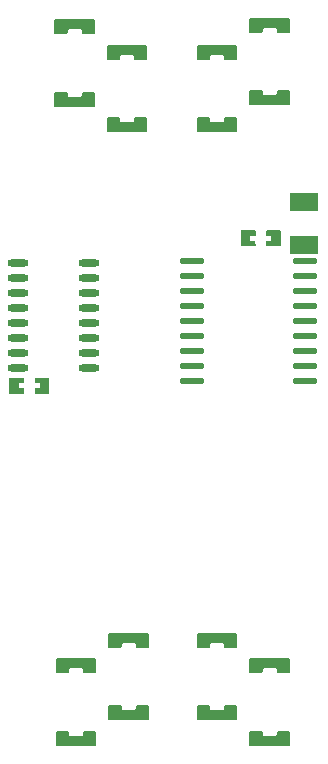
<source format=gtp>
G04 Layer: TopPasteMaskLayer*
G04 EasyEDA v6.5.22, 2023-04-04 14:03:21*
G04 47d133e18a1f4bd981f81e581058f082,0997c0c323a540828c61b468e30a80a1,10*
G04 Gerber Generator version 0.2*
G04 Scale: 100 percent, Rotated: No, Reflected: No *
G04 Dimensions in millimeters *
G04 leading zeros omitted , absolute positions ,4 integer and 5 decimal *
%FSLAX45Y45*%
%MOMM*%

%AMMACRO1*21,1,$1,$2,0,0,$3*%
%ADD10O,2.0999958X0.5599938*%
%ADD11R,2.3760X1.5062*%
%ADD12MACRO1,2.376X1.5063X0.0000*%
%ADD13O,1.7999964X0.5999988*%

%LPD*%
G36*
X3634486Y6259880D02*
G01*
X3624478Y6249924D01*
X3624478Y6141669D01*
X3634486Y6131661D01*
X3960114Y6131661D01*
X3970121Y6141669D01*
X3970121Y6249924D01*
X3960114Y6259880D01*
X3866032Y6259880D01*
X3856075Y6249924D01*
X3856075Y6226302D01*
X3846068Y6216294D01*
X3748532Y6216294D01*
X3738524Y6226302D01*
X3738524Y6249924D01*
X3728567Y6259880D01*
G37*
G36*
X3634486Y6873138D02*
G01*
X3624478Y6863130D01*
X3624478Y6754875D01*
X3634486Y6744919D01*
X3728567Y6744919D01*
X3738524Y6754875D01*
X3738524Y6778498D01*
X3748532Y6788505D01*
X3846068Y6788505D01*
X3856075Y6778498D01*
X3856075Y6754875D01*
X3866032Y6744919D01*
X3960114Y6744919D01*
X3970121Y6754875D01*
X3970121Y6863130D01*
X3960114Y6873138D01*
G37*
G36*
X1812798Y9249105D02*
G01*
X1807819Y9244076D01*
X1808276Y9202115D01*
X1852320Y9202115D01*
X1852320Y9157106D01*
X1807311Y9157106D01*
X1807819Y9116110D01*
X1812798Y9111081D01*
X1927809Y9111081D01*
X1932787Y9116110D01*
X1932787Y9244076D01*
X1927809Y9249105D01*
G37*
G36*
X1597812Y9249105D02*
G01*
X1592783Y9244076D01*
X1592783Y9116110D01*
X1597812Y9111081D01*
X1712823Y9111081D01*
X1717802Y9116110D01*
X1717293Y9157106D01*
X1673301Y9157106D01*
X1673301Y9202115D01*
X1717802Y9202115D01*
X1717802Y9244076D01*
X1712823Y9249105D01*
G37*
G36*
X3558590Y10497718D02*
G01*
X3553612Y10492689D01*
X3553612Y10364724D01*
X3558590Y10359694D01*
X3673601Y10359694D01*
X3678580Y10364724D01*
X3678123Y10406684D01*
X3634079Y10406684D01*
X3634079Y10451693D01*
X3679088Y10451693D01*
X3678580Y10492689D01*
X3673601Y10497718D01*
G37*
G36*
X3773576Y10497718D02*
G01*
X3768598Y10492689D01*
X3769106Y10451693D01*
X3813098Y10451693D01*
X3813098Y10406684D01*
X3768598Y10406684D01*
X3768598Y10364724D01*
X3773576Y10359694D01*
X3888587Y10359694D01*
X3893616Y10364724D01*
X3893616Y10492689D01*
X3888587Y10497718D01*
G37*
G36*
X3189986Y12067438D02*
G01*
X3179978Y12057430D01*
X3179978Y11949176D01*
X3189986Y11939219D01*
X3284067Y11939219D01*
X3294024Y11949176D01*
X3294024Y11972798D01*
X3304032Y11982805D01*
X3401568Y11982805D01*
X3411575Y11972798D01*
X3411575Y11949176D01*
X3421532Y11939219D01*
X3515614Y11939219D01*
X3525621Y11949176D01*
X3525621Y12057430D01*
X3515614Y12067438D01*
G37*
G36*
X3189986Y11454180D02*
G01*
X3179978Y11444224D01*
X3179978Y11335969D01*
X3189986Y11325961D01*
X3515614Y11325961D01*
X3525621Y11335969D01*
X3525621Y11444224D01*
X3515614Y11454180D01*
X3421532Y11454180D01*
X3411575Y11444224D01*
X3411575Y11420602D01*
X3401568Y11410594D01*
X3304032Y11410594D01*
X3294024Y11420602D01*
X3294024Y11444224D01*
X3284067Y11454180D01*
G37*
G36*
X3634486Y12296038D02*
G01*
X3624478Y12286030D01*
X3624478Y12177776D01*
X3634486Y12167819D01*
X3728567Y12167819D01*
X3738524Y12177776D01*
X3738524Y12201398D01*
X3748532Y12211405D01*
X3846068Y12211405D01*
X3856075Y12201398D01*
X3856075Y12177776D01*
X3866032Y12167819D01*
X3960114Y12167819D01*
X3970121Y12177776D01*
X3970121Y12286030D01*
X3960114Y12296038D01*
G37*
G36*
X3634486Y11682780D02*
G01*
X3624478Y11672824D01*
X3624478Y11564569D01*
X3634486Y11554561D01*
X3960114Y11554561D01*
X3970121Y11564569D01*
X3970121Y11672824D01*
X3960114Y11682780D01*
X3866032Y11682780D01*
X3856075Y11672824D01*
X3856075Y11649202D01*
X3846068Y11639194D01*
X3748532Y11639194D01*
X3738524Y11649202D01*
X3738524Y11672824D01*
X3728567Y11682780D01*
G37*
G36*
X3189986Y6475780D02*
G01*
X3179978Y6465824D01*
X3179978Y6357569D01*
X3189986Y6347561D01*
X3515614Y6347561D01*
X3525621Y6357569D01*
X3525621Y6465824D01*
X3515614Y6475780D01*
X3421532Y6475780D01*
X3411575Y6465824D01*
X3411575Y6442202D01*
X3401568Y6432194D01*
X3304032Y6432194D01*
X3294024Y6442202D01*
X3294024Y6465824D01*
X3284067Y6475780D01*
G37*
G36*
X3189986Y7089038D02*
G01*
X3179978Y7079030D01*
X3179978Y6970775D01*
X3189986Y6960819D01*
X3284067Y6960819D01*
X3294024Y6970775D01*
X3294024Y6994398D01*
X3304032Y7004405D01*
X3401568Y7004405D01*
X3411575Y6994398D01*
X3411575Y6970775D01*
X3421532Y6960819D01*
X3515614Y6960819D01*
X3525621Y6970775D01*
X3525621Y7079030D01*
X3515614Y7089038D01*
G37*
G36*
X2440686Y6475780D02*
G01*
X2430678Y6465824D01*
X2430678Y6357569D01*
X2440686Y6347561D01*
X2766314Y6347561D01*
X2776321Y6357569D01*
X2776321Y6465824D01*
X2766314Y6475780D01*
X2672232Y6475780D01*
X2662275Y6465824D01*
X2662275Y6442202D01*
X2652268Y6432194D01*
X2554732Y6432194D01*
X2544724Y6442202D01*
X2544724Y6465824D01*
X2534767Y6475780D01*
G37*
G36*
X2440686Y7089038D02*
G01*
X2430678Y7079030D01*
X2430678Y6970775D01*
X2440686Y6960819D01*
X2534767Y6960819D01*
X2544724Y6970775D01*
X2544724Y6994398D01*
X2554732Y7004405D01*
X2652268Y7004405D01*
X2662275Y6994398D01*
X2662275Y6970775D01*
X2672232Y6960819D01*
X2766314Y6960819D01*
X2776321Y6970775D01*
X2776321Y7079030D01*
X2766314Y7089038D01*
G37*
G36*
X1996186Y6259880D02*
G01*
X1986178Y6249924D01*
X1986178Y6141669D01*
X1996186Y6131661D01*
X2321814Y6131661D01*
X2331821Y6141669D01*
X2331821Y6249924D01*
X2321814Y6259880D01*
X2227732Y6259880D01*
X2217775Y6249924D01*
X2217775Y6226302D01*
X2207768Y6216294D01*
X2110232Y6216294D01*
X2100224Y6226302D01*
X2100224Y6249924D01*
X2090267Y6259880D01*
G37*
G36*
X1996186Y6873138D02*
G01*
X1986178Y6863130D01*
X1986178Y6754875D01*
X1996186Y6744919D01*
X2090267Y6744919D01*
X2100224Y6754875D01*
X2100224Y6778498D01*
X2110232Y6788505D01*
X2207768Y6788505D01*
X2217775Y6778498D01*
X2217775Y6754875D01*
X2227732Y6744919D01*
X2321814Y6744919D01*
X2331821Y6754875D01*
X2331821Y6863130D01*
X2321814Y6873138D01*
G37*
G36*
X2427986Y12067438D02*
G01*
X2417978Y12057430D01*
X2417978Y11949176D01*
X2427986Y11939219D01*
X2522067Y11939219D01*
X2532024Y11949176D01*
X2532024Y11972798D01*
X2542032Y11982805D01*
X2639568Y11982805D01*
X2649575Y11972798D01*
X2649575Y11949176D01*
X2659532Y11939219D01*
X2753614Y11939219D01*
X2763621Y11949176D01*
X2763621Y12057430D01*
X2753614Y12067438D01*
G37*
G36*
X2427986Y11454180D02*
G01*
X2417978Y11444224D01*
X2417978Y11335969D01*
X2427986Y11325961D01*
X2753614Y11325961D01*
X2763621Y11335969D01*
X2763621Y11444224D01*
X2753614Y11454180D01*
X2659532Y11454180D01*
X2649575Y11444224D01*
X2649575Y11420602D01*
X2639568Y11410594D01*
X2542032Y11410594D01*
X2532024Y11420602D01*
X2532024Y11444224D01*
X2522067Y11454180D01*
G37*
G36*
X1983486Y12283338D02*
G01*
X1973478Y12273330D01*
X1973478Y12165076D01*
X1983486Y12155119D01*
X2077567Y12155119D01*
X2087524Y12165076D01*
X2087524Y12188698D01*
X2097532Y12198705D01*
X2195068Y12198705D01*
X2205075Y12188698D01*
X2205075Y12165076D01*
X2215032Y12155119D01*
X2309114Y12155119D01*
X2319121Y12165076D01*
X2319121Y12273330D01*
X2309114Y12283338D01*
G37*
G36*
X1983486Y11670080D02*
G01*
X1973478Y11660124D01*
X1973478Y11551869D01*
X1983486Y11541861D01*
X2309114Y11541861D01*
X2319121Y11551869D01*
X2319121Y11660124D01*
X2309114Y11670080D01*
X2215032Y11670080D01*
X2205075Y11660124D01*
X2205075Y11636502D01*
X2195068Y11626494D01*
X2097532Y11626494D01*
X2087524Y11636502D01*
X2087524Y11660124D01*
X2077567Y11670080D01*
G37*
D10*
G01*
X4099509Y9220200D03*
G01*
X4099509Y9347200D03*
G01*
X4099509Y9474200D03*
G01*
X4099509Y9601200D03*
G01*
X4099509Y9728200D03*
G01*
X4099509Y9855200D03*
G01*
X4099509Y9982200D03*
G01*
X4099509Y10109200D03*
G01*
X4099509Y10236200D03*
G01*
X3139490Y9220200D03*
G01*
X3139490Y9347200D03*
G01*
X3139490Y9474200D03*
G01*
X3139490Y9601200D03*
G01*
X3139490Y9728200D03*
G01*
X3139490Y9855200D03*
G01*
X3139490Y9982200D03*
G01*
X3139490Y10109200D03*
G01*
X3139490Y10236200D03*
D11*
G01*
X4089400Y10739754D03*
D12*
G01*
X4089400Y10367637D03*
D13*
G01*
X1671320Y10223500D03*
G01*
X1671320Y10096500D03*
G01*
X1671320Y9969500D03*
G01*
X1671320Y9842500D03*
G01*
X1671320Y9715500D03*
G01*
X1671320Y9588500D03*
G01*
X1671320Y9461500D03*
G01*
X1671320Y9334500D03*
G01*
X2265679Y10223500D03*
G01*
X2265679Y10096500D03*
G01*
X2265679Y9969500D03*
G01*
X2265679Y9842500D03*
G01*
X2265679Y9715500D03*
G01*
X2265679Y9588500D03*
G01*
X2265679Y9461500D03*
G01*
X2265679Y9334500D03*
M02*

</source>
